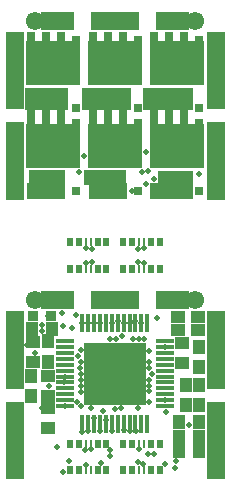
<source format=gbr>
G04 EAGLE Gerber RS-274X export*
G75*
%MOMM*%
%FSLAX34Y34*%
%LPD*%
%INSoldermask Top*%
%IPPOS*%
%AMOC8*
5,1,8,0,0,1.08239X$1,22.5*%
G01*
%ADD10R,1.050800X1.150800*%
%ADD11R,1.150800X1.050800*%
%ADD12R,0.350800X1.550800*%
%ADD13R,1.550800X0.350800*%
%ADD14R,5.220800X5.220800*%
%ADD15R,0.760800X1.422800*%
%ADD16R,0.760800X0.736800*%
%ADD17R,4.570800X3.850800*%
%ADD18R,0.600800X0.650800*%
%ADD19R,0.290800X0.650800*%
%ADD20R,0.500800X0.650800*%
%ADD21R,0.850800X0.850800*%
%ADD22C,0.504800*%
%ADD23R,1.550800X1.550800*%
%ADD24R,0.754800X0.754800*%
%ADD25C,1.550800*%


D10*
X187824Y79883D03*
X170824Y79883D03*
D11*
X59690Y92320D03*
X59690Y75320D03*
X59690Y119244D03*
X59690Y102244D03*
D10*
X187325Y143628D03*
X187325Y126628D03*
X176784Y94751D03*
X176784Y111751D03*
X59690Y131454D03*
X59690Y148454D03*
D11*
X169935Y157988D03*
X186935Y157988D03*
D10*
X187833Y94751D03*
X187833Y111751D03*
D11*
X169935Y169037D03*
X186935Y169037D03*
D10*
X45720Y102117D03*
X45720Y119117D03*
D11*
X172847Y129930D03*
X172847Y146930D03*
X46990Y130819D03*
X46990Y147819D03*
D12*
X143764Y163703D03*
X138764Y163703D03*
X133764Y163703D03*
X128764Y163703D03*
X123764Y163703D03*
X118764Y163703D03*
X113764Y163703D03*
X108764Y163703D03*
X103764Y163703D03*
X98764Y163703D03*
X93764Y163703D03*
X88764Y163703D03*
X143764Y78703D03*
X138764Y78703D03*
X133764Y78703D03*
X128764Y78703D03*
X123764Y78703D03*
X118764Y78703D03*
X113764Y78703D03*
X108764Y78703D03*
X103764Y78703D03*
X98764Y78703D03*
X93764Y78703D03*
X88764Y78703D03*
D13*
X73764Y93703D03*
X73764Y98703D03*
X73764Y103703D03*
X73764Y108703D03*
X73764Y113703D03*
X73764Y118703D03*
X73764Y123703D03*
X73764Y128703D03*
X73764Y133703D03*
X73764Y138703D03*
X73764Y143703D03*
X73764Y148703D03*
X158764Y93703D03*
X158764Y98703D03*
X158764Y103703D03*
X158764Y108703D03*
X158764Y113703D03*
X158764Y118703D03*
X158764Y123703D03*
X158764Y128703D03*
X158764Y133703D03*
X158764Y138703D03*
X158764Y143703D03*
X158764Y148703D03*
D14*
X116264Y121203D03*
D15*
X97536Y346202D03*
X110236Y346202D03*
X122936Y346202D03*
D16*
X135636Y346202D03*
X135636Y403352D03*
D15*
X122936Y403352D03*
X110236Y403352D03*
X97536Y403352D03*
D17*
X116586Y384302D03*
D15*
X97536Y275844D03*
X110236Y275844D03*
X122936Y275844D03*
D16*
X135636Y275844D03*
X135636Y332994D03*
D15*
X122936Y332994D03*
X110236Y332994D03*
X97536Y332994D03*
D17*
X116586Y313944D03*
D15*
X45339Y346202D03*
X58039Y346202D03*
X70739Y346202D03*
D16*
X83439Y346202D03*
X83439Y403352D03*
D15*
X70739Y403352D03*
X58039Y403352D03*
X45339Y403352D03*
D17*
X64389Y384302D03*
D15*
X45339Y275844D03*
X58039Y275844D03*
X70739Y275844D03*
D16*
X83439Y275844D03*
X83439Y332994D03*
D15*
X70739Y332994D03*
X58039Y332994D03*
X45339Y332994D03*
D17*
X64389Y313944D03*
D15*
X149733Y346202D03*
X162433Y346202D03*
X175133Y346202D03*
D16*
X187833Y346202D03*
X187833Y403352D03*
D15*
X175133Y403352D03*
X162433Y403352D03*
X149733Y403352D03*
D17*
X168783Y384302D03*
D15*
X149733Y275844D03*
X162433Y275844D03*
X175133Y275844D03*
D16*
X187833Y275844D03*
X187833Y332994D03*
D15*
X175133Y332994D03*
X162433Y332994D03*
X149733Y332994D03*
D17*
X168783Y313944D03*
D18*
X146939Y210185D03*
D19*
X140939Y210185D03*
X136939Y210185D03*
D18*
X130939Y210185D03*
X130939Y232685D03*
X146939Y232685D03*
D19*
X140939Y232685D03*
X136939Y232685D03*
D20*
X154439Y210185D03*
X123439Y210185D03*
X154439Y232685D03*
X123439Y232685D03*
D18*
X146939Y39370D03*
D19*
X140939Y39370D03*
X136939Y39370D03*
D18*
X130939Y39370D03*
X130939Y61870D03*
X146939Y61870D03*
D19*
X140939Y61870D03*
X136939Y61870D03*
D20*
X154439Y39370D03*
X123439Y39370D03*
X154439Y61870D03*
X123439Y61870D03*
D18*
X85725Y232664D03*
D19*
X91725Y232664D03*
X95725Y232664D03*
D18*
X101725Y232664D03*
X101725Y210164D03*
X85725Y210164D03*
D19*
X91725Y210164D03*
X95725Y210164D03*
D20*
X78225Y232664D03*
X109225Y232664D03*
X78225Y210164D03*
X109225Y210164D03*
D18*
X85725Y61849D03*
D19*
X91725Y61849D03*
X95725Y61849D03*
D18*
X101725Y61849D03*
X101725Y39349D03*
X85725Y39349D03*
D19*
X91725Y39349D03*
X95725Y39349D03*
D20*
X78225Y61849D03*
X109225Y61849D03*
X78225Y39349D03*
X109225Y39349D03*
D10*
X170824Y55753D03*
X187824Y55753D03*
X187824Y67818D03*
X170824Y67818D03*
D21*
X47110Y169926D03*
X62110Y169926D03*
D10*
X63110Y159385D03*
X46110Y159385D03*
D22*
X145332Y106110D03*
X116284Y91440D03*
X87476Y141302D03*
X103812Y163703D03*
X131332Y150158D03*
X112502Y56337D03*
X101725Y210164D03*
D23*
X31496Y313817D03*
X31496Y301244D03*
X31496Y288671D03*
X201676Y313817D03*
X201676Y301244D03*
X201676Y288671D03*
X201676Y276098D03*
D24*
X110744Y272415D03*
X122428Y272415D03*
X110744Y278257D03*
X116586Y278257D03*
X122428Y278257D03*
X110744Y284099D03*
X116586Y284099D03*
X122428Y284099D03*
X110744Y289941D03*
X116586Y289941D03*
X122428Y289941D03*
X104902Y272415D03*
X104902Y278257D03*
X104902Y284099D03*
X104902Y289941D03*
X116586Y272415D03*
D23*
X201676Y77216D03*
X201676Y64643D03*
X201676Y52070D03*
X201676Y39497D03*
D22*
X186935Y160050D03*
X187824Y67818D03*
X167600Y41023D03*
D23*
X31496Y276098D03*
X201676Y326390D03*
X31496Y326390D03*
D24*
X99060Y284099D03*
X99060Y289941D03*
X93218Y284099D03*
X93218Y289941D03*
D23*
X201676Y89789D03*
D22*
X45720Y115801D03*
X48356Y138978D03*
X77343Y47092D03*
D23*
X31496Y77216D03*
X31496Y64643D03*
X31496Y52070D03*
X31496Y39497D03*
X31496Y89789D03*
D22*
X104343Y45570D03*
X136332Y92158D03*
X136380Y150212D03*
X151892Y168520D03*
X46990Y130819D03*
X83047Y170950D03*
X85725Y61849D03*
D23*
X201676Y166497D03*
X201676Y153924D03*
X201676Y141351D03*
X201676Y128778D03*
D22*
X167767Y47094D03*
D23*
X201676Y116205D03*
D22*
X117023Y150212D03*
X158764Y98703D03*
X93726Y72707D03*
X73764Y118751D03*
X140511Y44466D03*
X138764Y163703D03*
X87255Y116110D03*
X128812Y163703D03*
X118764Y165842D03*
X87255Y111062D03*
X159297Y89044D03*
X145273Y96849D03*
X187833Y79747D03*
X93716Y163703D03*
X145332Y126110D03*
X98764Y163703D03*
X147519Y121158D03*
X145332Y131158D03*
X88668Y163865D03*
D23*
X31496Y403098D03*
X31496Y390525D03*
X31496Y377952D03*
X201676Y403098D03*
X201676Y390525D03*
X201676Y377952D03*
X201676Y365379D03*
D22*
X86235Y291785D03*
D23*
X31496Y365379D03*
X31496Y352806D03*
X201676Y352806D03*
D22*
X121332Y92158D03*
X42155Y145578D03*
X90551Y305625D03*
X83439Y275844D03*
D24*
X47371Y272288D03*
X47371Y278130D03*
X53213Y272288D03*
X53213Y278130D03*
X59055Y278130D03*
X59055Y272288D03*
X64897Y272288D03*
X64897Y278130D03*
X70739Y278130D03*
X70739Y272288D03*
X47371Y283972D03*
X53213Y283972D03*
X59055Y283972D03*
X64897Y283972D03*
X70739Y283972D03*
X47371Y289814D03*
X53213Y289814D03*
X59055Y289814D03*
X64897Y289814D03*
X70739Y289814D03*
X49530Y353441D03*
X43688Y353441D03*
X43688Y347599D03*
X49530Y347599D03*
X55372Y353441D03*
X55372Y347599D03*
X61214Y353441D03*
X61214Y347599D03*
X67056Y347599D03*
X67056Y353441D03*
X72898Y353441D03*
X72898Y347599D03*
D22*
X83947Y303847D03*
D24*
X49530Y359283D03*
X43688Y359283D03*
X55372Y359283D03*
X61214Y359283D03*
X67056Y359283D03*
X72898Y359283D03*
D25*
X48895Y419989D03*
D23*
X61468Y419989D03*
X74041Y419989D03*
D24*
X91694Y347599D03*
X91694Y353441D03*
X97536Y353441D03*
X103378Y353441D03*
X109220Y353441D03*
X115062Y353441D03*
X120904Y353441D03*
X126746Y353441D03*
X126746Y347599D03*
X97536Y347599D03*
X103378Y347599D03*
X109220Y347599D03*
X115062Y347599D03*
X120904Y347599D03*
D22*
X96139Y302768D03*
D24*
X91694Y359283D03*
X97536Y359283D03*
X103378Y359283D03*
X109220Y359283D03*
X115062Y359283D03*
X120904Y359283D03*
X126746Y359283D03*
D23*
X104013Y419989D03*
X116586Y419989D03*
X129159Y419989D03*
D22*
X142748Y308546D03*
X130939Y275688D03*
X187833Y346202D03*
X144289Y292371D03*
D24*
X143891Y347599D03*
X143891Y353441D03*
X149733Y353441D03*
X155575Y353441D03*
X161417Y353441D03*
X167259Y353441D03*
X173101Y353441D03*
X178943Y353441D03*
X178943Y347599D03*
X173101Y347599D03*
X167259Y347599D03*
X161417Y347599D03*
X155575Y347599D03*
X149733Y347599D03*
D22*
X149606Y306768D03*
D24*
X143891Y359283D03*
X149733Y359283D03*
X155575Y359283D03*
X161417Y359283D03*
X167259Y359283D03*
X173101Y359283D03*
X178943Y359283D03*
D23*
X159131Y419989D03*
X171704Y419989D03*
D25*
X184277Y419989D03*
D24*
X155956Y278003D03*
X161798Y278003D03*
X167640Y278003D03*
X173482Y278003D03*
X179324Y278003D03*
X173482Y272161D03*
X179324Y272161D03*
X161798Y272161D03*
X167640Y272161D03*
X155956Y272161D03*
X155956Y283845D03*
X161798Y283845D03*
X167640Y283845D03*
X173482Y283845D03*
X179324Y283845D03*
X155956Y289687D03*
X161798Y289687D03*
X167640Y289687D03*
X173482Y289687D03*
X179324Y289687D03*
D22*
X187833Y290102D03*
X149422Y285863D03*
X130939Y61870D03*
X108764Y82002D03*
X130939Y39370D03*
X123730Y73115D03*
X85725Y39349D03*
X128778Y72728D03*
X146939Y61870D03*
X103759Y72707D03*
X88678Y72136D03*
X112364Y51289D03*
X133826Y72728D03*
X91500Y43792D03*
X84086Y96849D03*
X90902Y56333D03*
X67009Y59077D03*
X95950Y57407D03*
X113792Y72707D03*
X136714Y57428D03*
X98832Y84041D03*
X168625Y79883D03*
X73764Y93703D03*
X135571Y46665D03*
X85260Y136379D03*
X158764Y143655D03*
X122023Y153044D03*
X60184Y111085D03*
X87838Y93462D03*
X149532Y53520D03*
X73660Y113703D03*
X96332Y92187D03*
X133788Y165866D03*
X87255Y121158D03*
X123764Y163703D03*
X113764Y163703D03*
X87255Y106014D03*
X178983Y78096D03*
X168625Y55443D03*
X106008Y89362D03*
X54697Y92320D03*
X72263Y37846D03*
X111882Y150708D03*
X59775Y169926D03*
X141428Y150212D03*
X54864Y162433D03*
X145273Y140483D03*
X54745Y157218D03*
X145332Y116206D03*
X72093Y161593D03*
X145332Y111158D03*
X80399Y160187D03*
X144484Y53389D03*
X159123Y44404D03*
X87255Y131331D03*
X87245Y126245D03*
X71351Y172124D03*
X139241Y291529D03*
X142764Y281847D03*
X146939Y232410D03*
X140989Y227793D03*
X135941Y226845D03*
X130939Y232410D03*
X146939Y210185D03*
X140989Y215028D03*
X135941Y215976D03*
X130939Y210185D03*
X85725Y210164D03*
X91675Y215057D03*
X96723Y216005D03*
X85725Y232439D03*
X91675Y227822D03*
X96723Y226874D03*
X101725Y232439D03*
D23*
X31496Y166497D03*
X31496Y153924D03*
X31496Y141351D03*
X31496Y128778D03*
X31496Y116205D03*
D25*
X48895Y183388D03*
D23*
X61468Y183388D03*
X74041Y183388D03*
X104013Y183388D03*
X116586Y183388D03*
X129159Y183388D03*
X159131Y183388D03*
X171704Y183388D03*
D25*
X184277Y183388D03*
M02*

</source>
